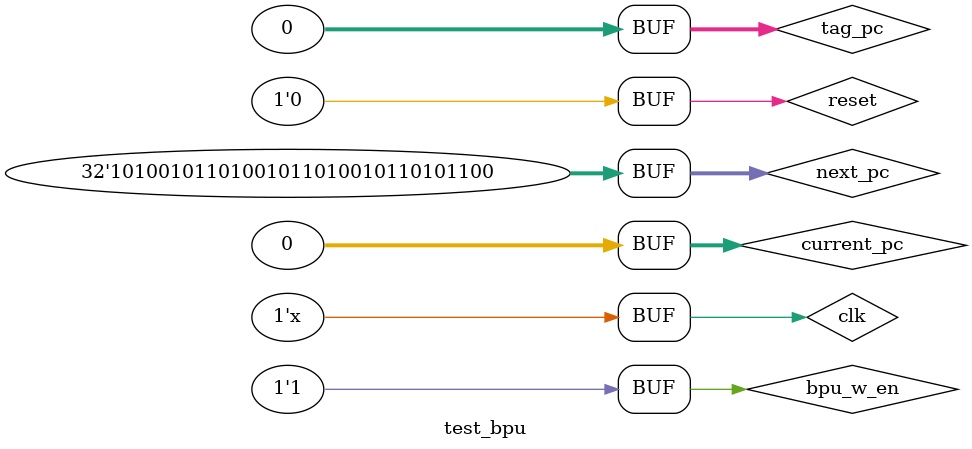
<source format=v>
`timescale 1ns / 1ps

module test_bpu();

reg clk;
reg reset;
reg [31:0] current_pc;
reg [31:0] tag_pc;
reg [31:0] next_pc;
reg bpu_w_en;
wire [31:0] predicted_pc;

always @(*) #10 clk <= !clk;

bpu bpu(
    .clk(clk),
    .reset(reset),
    .current_pc(current_pc),
    .tag_pc(tag_pc),
    .next_pc(next_pc),
    .bpu_w_en(bpu_w_en),
    .predicted_pc(predicted_pc)
);

initial
begin
clk = 0;
reset = 0;
current_pc = 0;
tag_pc = 0;
next_pc = 0;
bpu_w_en = 0;
#5 reset = 1'b1;
#5 reset = 1'b0;
#5 bpu_w_en = 1;
next_pc = 32'hc0c0c0c0;
#10
next_pc = 32'ha5a5a5ac;
end

endmodule
</source>
